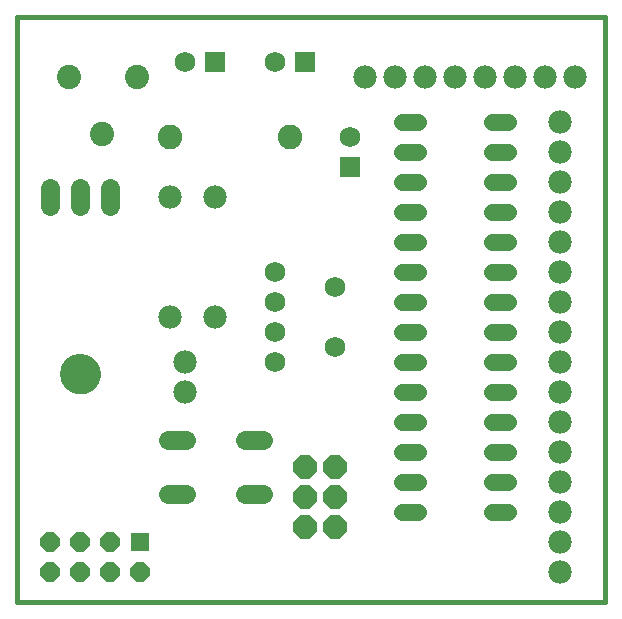
<source format=gbs>
G75*
%MOIN*%
%OFA0B0*%
%FSLAX25Y25*%
%IPPOS*%
%LPD*%
%AMOC8*
5,1,8,0,0,1.08239X$1,22.5*
%
%ADD10C,0.01600*%
%ADD11C,0.08077*%
%ADD12OC8,0.07800*%
%ADD13C,0.07800*%
%ADD14C,0.05600*%
%ADD15C,0.06900*%
%ADD16C,0.06400*%
%ADD17C,0.00000*%
%ADD18C,0.13400*%
%ADD19R,0.06900X0.06900*%
%ADD20C,0.08200*%
%ADD21R,0.06400X0.06400*%
%ADD22OC8,0.06400*%
D10*
X0063516Y0008338D02*
X0259516Y0008338D01*
X0259516Y0203338D01*
X0063516Y0203338D01*
X0063516Y0008338D01*
D11*
X0091642Y0164441D03*
X0080618Y0183338D03*
X0103453Y0183338D03*
D12*
X0159516Y0053338D03*
X0169516Y0053338D03*
X0169516Y0043338D03*
X0159516Y0043338D03*
X0159516Y0033338D03*
X0169516Y0033338D03*
D13*
X0119516Y0078338D03*
X0119516Y0088338D03*
X0114516Y0103338D03*
X0129516Y0103338D03*
X0129516Y0143338D03*
X0114516Y0143338D03*
X0179516Y0183338D03*
X0189516Y0183338D03*
X0199516Y0183338D03*
X0209516Y0183338D03*
X0219516Y0183338D03*
X0229516Y0183338D03*
X0239516Y0183338D03*
X0249516Y0183338D03*
X0244516Y0168338D03*
X0244516Y0158338D03*
X0244516Y0148338D03*
X0244516Y0138338D03*
X0244516Y0128338D03*
X0244516Y0118338D03*
X0244516Y0108338D03*
X0244516Y0098338D03*
X0244516Y0088338D03*
X0244516Y0078338D03*
X0244516Y0068338D03*
X0244516Y0058338D03*
X0244516Y0048338D03*
X0244516Y0038338D03*
X0244516Y0028338D03*
X0244516Y0018338D03*
D14*
X0227116Y0038338D02*
X0221916Y0038338D01*
X0221916Y0048338D02*
X0227116Y0048338D01*
X0227116Y0058338D02*
X0221916Y0058338D01*
X0221916Y0068338D02*
X0227116Y0068338D01*
X0227116Y0078338D02*
X0221916Y0078338D01*
X0221916Y0088338D02*
X0227116Y0088338D01*
X0227116Y0098338D02*
X0221916Y0098338D01*
X0221916Y0108338D02*
X0227116Y0108338D01*
X0227116Y0118338D02*
X0221916Y0118338D01*
X0221916Y0128338D02*
X0227116Y0128338D01*
X0227116Y0138338D02*
X0221916Y0138338D01*
X0221916Y0148338D02*
X0227116Y0148338D01*
X0227116Y0158338D02*
X0221916Y0158338D01*
X0221916Y0168338D02*
X0227116Y0168338D01*
X0197116Y0168338D02*
X0191916Y0168338D01*
X0191916Y0158338D02*
X0197116Y0158338D01*
X0197116Y0148338D02*
X0191916Y0148338D01*
X0191916Y0138338D02*
X0197116Y0138338D01*
X0197116Y0128338D02*
X0191916Y0128338D01*
X0191916Y0118338D02*
X0197116Y0118338D01*
X0197116Y0108338D02*
X0191916Y0108338D01*
X0191916Y0098338D02*
X0197116Y0098338D01*
X0197116Y0088338D02*
X0191916Y0088338D01*
X0191916Y0078338D02*
X0197116Y0078338D01*
X0197116Y0068338D02*
X0191916Y0068338D01*
X0191916Y0058338D02*
X0197116Y0058338D01*
X0197116Y0048338D02*
X0191916Y0048338D01*
X0191916Y0038338D02*
X0197116Y0038338D01*
D15*
X0149516Y0088338D03*
X0149516Y0098338D03*
X0149516Y0108338D03*
X0149516Y0118338D03*
X0169516Y0113338D03*
X0169516Y0093338D03*
X0174516Y0163338D03*
X0149516Y0188338D03*
X0119516Y0188338D03*
D16*
X0094516Y0146338D02*
X0094516Y0140338D01*
X0084516Y0140338D02*
X0084516Y0146338D01*
X0074516Y0146338D02*
X0074516Y0140338D01*
X0113716Y0062238D02*
X0119716Y0062238D01*
X0139316Y0062238D02*
X0145316Y0062238D01*
X0145316Y0044438D02*
X0139316Y0044438D01*
X0119716Y0044438D02*
X0113716Y0044438D01*
D17*
X0078016Y0084338D02*
X0078018Y0084499D01*
X0078024Y0084659D01*
X0078034Y0084820D01*
X0078048Y0084980D01*
X0078066Y0085140D01*
X0078087Y0085299D01*
X0078113Y0085458D01*
X0078143Y0085616D01*
X0078176Y0085773D01*
X0078214Y0085930D01*
X0078255Y0086085D01*
X0078300Y0086239D01*
X0078349Y0086392D01*
X0078402Y0086544D01*
X0078458Y0086695D01*
X0078519Y0086844D01*
X0078582Y0086992D01*
X0078650Y0087138D01*
X0078721Y0087282D01*
X0078795Y0087424D01*
X0078873Y0087565D01*
X0078955Y0087703D01*
X0079040Y0087840D01*
X0079128Y0087974D01*
X0079220Y0088106D01*
X0079315Y0088236D01*
X0079413Y0088364D01*
X0079514Y0088489D01*
X0079618Y0088611D01*
X0079725Y0088731D01*
X0079835Y0088848D01*
X0079948Y0088963D01*
X0080064Y0089074D01*
X0080183Y0089183D01*
X0080304Y0089288D01*
X0080428Y0089391D01*
X0080554Y0089491D01*
X0080682Y0089587D01*
X0080813Y0089680D01*
X0080947Y0089770D01*
X0081082Y0089857D01*
X0081220Y0089940D01*
X0081359Y0090020D01*
X0081501Y0090096D01*
X0081644Y0090169D01*
X0081789Y0090238D01*
X0081936Y0090304D01*
X0082084Y0090366D01*
X0082234Y0090424D01*
X0082385Y0090479D01*
X0082538Y0090530D01*
X0082692Y0090577D01*
X0082847Y0090620D01*
X0083003Y0090659D01*
X0083159Y0090695D01*
X0083317Y0090726D01*
X0083475Y0090754D01*
X0083634Y0090778D01*
X0083794Y0090798D01*
X0083954Y0090814D01*
X0084114Y0090826D01*
X0084275Y0090834D01*
X0084436Y0090838D01*
X0084596Y0090838D01*
X0084757Y0090834D01*
X0084918Y0090826D01*
X0085078Y0090814D01*
X0085238Y0090798D01*
X0085398Y0090778D01*
X0085557Y0090754D01*
X0085715Y0090726D01*
X0085873Y0090695D01*
X0086029Y0090659D01*
X0086185Y0090620D01*
X0086340Y0090577D01*
X0086494Y0090530D01*
X0086647Y0090479D01*
X0086798Y0090424D01*
X0086948Y0090366D01*
X0087096Y0090304D01*
X0087243Y0090238D01*
X0087388Y0090169D01*
X0087531Y0090096D01*
X0087673Y0090020D01*
X0087812Y0089940D01*
X0087950Y0089857D01*
X0088085Y0089770D01*
X0088219Y0089680D01*
X0088350Y0089587D01*
X0088478Y0089491D01*
X0088604Y0089391D01*
X0088728Y0089288D01*
X0088849Y0089183D01*
X0088968Y0089074D01*
X0089084Y0088963D01*
X0089197Y0088848D01*
X0089307Y0088731D01*
X0089414Y0088611D01*
X0089518Y0088489D01*
X0089619Y0088364D01*
X0089717Y0088236D01*
X0089812Y0088106D01*
X0089904Y0087974D01*
X0089992Y0087840D01*
X0090077Y0087703D01*
X0090159Y0087565D01*
X0090237Y0087424D01*
X0090311Y0087282D01*
X0090382Y0087138D01*
X0090450Y0086992D01*
X0090513Y0086844D01*
X0090574Y0086695D01*
X0090630Y0086544D01*
X0090683Y0086392D01*
X0090732Y0086239D01*
X0090777Y0086085D01*
X0090818Y0085930D01*
X0090856Y0085773D01*
X0090889Y0085616D01*
X0090919Y0085458D01*
X0090945Y0085299D01*
X0090966Y0085140D01*
X0090984Y0084980D01*
X0090998Y0084820D01*
X0091008Y0084659D01*
X0091014Y0084499D01*
X0091016Y0084338D01*
X0091014Y0084177D01*
X0091008Y0084017D01*
X0090998Y0083856D01*
X0090984Y0083696D01*
X0090966Y0083536D01*
X0090945Y0083377D01*
X0090919Y0083218D01*
X0090889Y0083060D01*
X0090856Y0082903D01*
X0090818Y0082746D01*
X0090777Y0082591D01*
X0090732Y0082437D01*
X0090683Y0082284D01*
X0090630Y0082132D01*
X0090574Y0081981D01*
X0090513Y0081832D01*
X0090450Y0081684D01*
X0090382Y0081538D01*
X0090311Y0081394D01*
X0090237Y0081252D01*
X0090159Y0081111D01*
X0090077Y0080973D01*
X0089992Y0080836D01*
X0089904Y0080702D01*
X0089812Y0080570D01*
X0089717Y0080440D01*
X0089619Y0080312D01*
X0089518Y0080187D01*
X0089414Y0080065D01*
X0089307Y0079945D01*
X0089197Y0079828D01*
X0089084Y0079713D01*
X0088968Y0079602D01*
X0088849Y0079493D01*
X0088728Y0079388D01*
X0088604Y0079285D01*
X0088478Y0079185D01*
X0088350Y0079089D01*
X0088219Y0078996D01*
X0088085Y0078906D01*
X0087950Y0078819D01*
X0087812Y0078736D01*
X0087673Y0078656D01*
X0087531Y0078580D01*
X0087388Y0078507D01*
X0087243Y0078438D01*
X0087096Y0078372D01*
X0086948Y0078310D01*
X0086798Y0078252D01*
X0086647Y0078197D01*
X0086494Y0078146D01*
X0086340Y0078099D01*
X0086185Y0078056D01*
X0086029Y0078017D01*
X0085873Y0077981D01*
X0085715Y0077950D01*
X0085557Y0077922D01*
X0085398Y0077898D01*
X0085238Y0077878D01*
X0085078Y0077862D01*
X0084918Y0077850D01*
X0084757Y0077842D01*
X0084596Y0077838D01*
X0084436Y0077838D01*
X0084275Y0077842D01*
X0084114Y0077850D01*
X0083954Y0077862D01*
X0083794Y0077878D01*
X0083634Y0077898D01*
X0083475Y0077922D01*
X0083317Y0077950D01*
X0083159Y0077981D01*
X0083003Y0078017D01*
X0082847Y0078056D01*
X0082692Y0078099D01*
X0082538Y0078146D01*
X0082385Y0078197D01*
X0082234Y0078252D01*
X0082084Y0078310D01*
X0081936Y0078372D01*
X0081789Y0078438D01*
X0081644Y0078507D01*
X0081501Y0078580D01*
X0081359Y0078656D01*
X0081220Y0078736D01*
X0081082Y0078819D01*
X0080947Y0078906D01*
X0080813Y0078996D01*
X0080682Y0079089D01*
X0080554Y0079185D01*
X0080428Y0079285D01*
X0080304Y0079388D01*
X0080183Y0079493D01*
X0080064Y0079602D01*
X0079948Y0079713D01*
X0079835Y0079828D01*
X0079725Y0079945D01*
X0079618Y0080065D01*
X0079514Y0080187D01*
X0079413Y0080312D01*
X0079315Y0080440D01*
X0079220Y0080570D01*
X0079128Y0080702D01*
X0079040Y0080836D01*
X0078955Y0080973D01*
X0078873Y0081111D01*
X0078795Y0081252D01*
X0078721Y0081394D01*
X0078650Y0081538D01*
X0078582Y0081684D01*
X0078519Y0081832D01*
X0078458Y0081981D01*
X0078402Y0082132D01*
X0078349Y0082284D01*
X0078300Y0082437D01*
X0078255Y0082591D01*
X0078214Y0082746D01*
X0078176Y0082903D01*
X0078143Y0083060D01*
X0078113Y0083218D01*
X0078087Y0083377D01*
X0078066Y0083536D01*
X0078048Y0083696D01*
X0078034Y0083856D01*
X0078024Y0084017D01*
X0078018Y0084177D01*
X0078016Y0084338D01*
D18*
X0084516Y0084338D03*
D19*
X0174516Y0153338D03*
X0159516Y0188338D03*
X0129516Y0188338D03*
D20*
X0114516Y0163338D03*
X0154516Y0163338D03*
D21*
X0104516Y0028338D03*
D22*
X0094516Y0028338D03*
X0084516Y0028338D03*
X0074516Y0028338D03*
X0074516Y0018338D03*
X0084516Y0018338D03*
X0094516Y0018338D03*
X0104516Y0018338D03*
M02*

</source>
